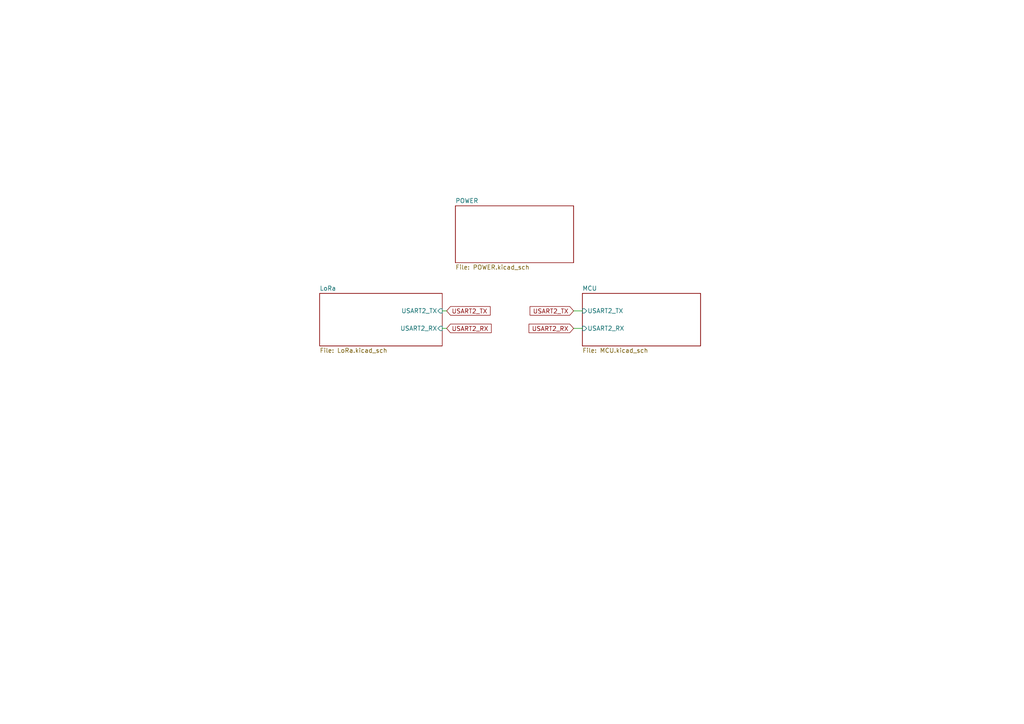
<source format=kicad_sch>
(kicad_sch (version 20230121) (generator eeschema)
  (paper "A4")
  (lib_symbols)
  (wire (pts (xy 128.27 90.17) (xy 129.54 90.17)))
  (wire (pts (xy 168.91 90.17) (xy 166.37 90.17)))
  (wire (pts (xy 168.91 95.25) (xy 166.37 95.25)))
  (wire (pts (xy 128.27 95.25) (xy 129.54 95.25)))
  (global_label "USART2_RX" (shape input) (at 166.37 95.25 180) (property "Intersheetrefs" "${INTERSHEET_REFS}" (effects hide)))
  (global_label "USART2_TX" (shape input) (at 129.54 90.17 0) (property "Intersheetrefs" "${INTERSHEET_REFS}" (effects hide)))
  (global_label "USART2_TX" (shape input) (at 166.37 90.17 180) (property "Intersheetrefs" "${INTERSHEET_REFS}" (effects hide)))
  (global_label "USART2_RX" (shape input) (at 129.54 95.25 0) (property "Intersheetrefs" "${INTERSHEET_REFS}" (effects hide)))
  (sheet (at 168.91 85.09) (size 34.29 15.24) (stroke (width 0.1524))
    (property "Sheetname" "MCU" (at 168.91 84.3784 0) (effects (justify left bottom)))
    (property "Sheetfile" "MCU.kicad_sch" (at 168.91 100.9146 0) (effects (justify left top)))
    (pin "USART2_RX" input (at 168.91 95.25 180))
    (pin "USART2_TX" input (at 168.91 90.17 180))
  )
  (sheet (at 92.71 85.09) (size 35.56 15.24) (stroke (width 0.1524))
    (property "Sheetname" "LoRa" (at 92.71 84.3784 0) (effects (justify left bottom)))
    (property "Sheetfile" "LoRa.kicad_sch" (at 92.71 100.9146 0) (effects (justify left top)))
    (pin "USART2_TX" input (at 128.27 90.17 0))
    (pin "USART2_RX" input (at 128.27 95.25 0))
  )
  (sheet (at 132.08 59.69) (size 34.29 16.51) (stroke (width 0.1524))
    (property "Sheetname" "POWER" (at 132.08 58.9784 0) (effects (justify left bottom)))
    (property "Sheetfile" "POWER.kicad_sch" (at 132.08 76.7846 0) (effects (justify left top)))
  )
)
</source>
